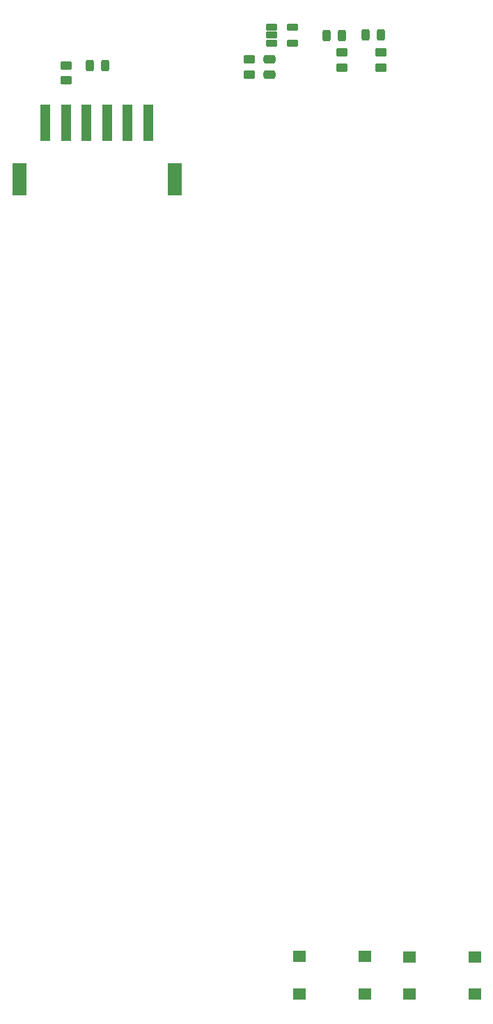
<source format=gbr>
%TF.GenerationSoftware,KiCad,Pcbnew,9.0.4*%
%TF.CreationDate,2025-11-06T12:47:49+01:00*%
%TF.ProjectId,SAUBerry_front_v1,53415542-6572-4727-995f-66726f6e745f,rev?*%
%TF.SameCoordinates,Original*%
%TF.FileFunction,Soldermask,Bot*%
%TF.FilePolarity,Negative*%
%FSLAX46Y46*%
G04 Gerber Fmt 4.6, Leading zero omitted, Abs format (unit mm)*
G04 Created by KiCad (PCBNEW 9.0.4) date 2025-11-06 12:47:49*
%MOMM*%
%LPD*%
G01*
G04 APERTURE LIST*
G04 Aperture macros list*
%AMRoundRect*
0 Rectangle with rounded corners*
0 $1 Rounding radius*
0 $2 $3 $4 $5 $6 $7 $8 $9 X,Y pos of 4 corners*
0 Add a 4 corners polygon primitive as box body*
4,1,4,$2,$3,$4,$5,$6,$7,$8,$9,$2,$3,0*
0 Add four circle primitives for the rounded corners*
1,1,$1+$1,$2,$3*
1,1,$1+$1,$4,$5*
1,1,$1+$1,$6,$7*
1,1,$1+$1,$8,$9*
0 Add four rect primitives between the rounded corners*
20,1,$1+$1,$2,$3,$4,$5,0*
20,1,$1+$1,$4,$5,$6,$7,0*
20,1,$1+$1,$6,$7,$8,$9,0*
20,1,$1+$1,$8,$9,$2,$3,0*%
G04 Aperture macros list end*
%ADD10RoundRect,0.250000X-0.450000X0.262500X-0.450000X-0.262500X0.450000X-0.262500X0.450000X0.262500X0*%
%ADD11R,1.600000X1.400000*%
%ADD12RoundRect,0.250000X0.450000X-0.262500X0.450000X0.262500X-0.450000X0.262500X-0.450000X-0.262500X0*%
%ADD13RoundRect,0.198500X-0.508500X-0.198500X0.508500X-0.198500X0.508500X0.198500X-0.508500X0.198500X0*%
%ADD14RoundRect,0.243750X-0.243750X-0.456250X0.243750X-0.456250X0.243750X0.456250X-0.243750X0.456250X0*%
%ADD15R,1.295400X4.495800*%
%ADD16R,1.803400X3.911600*%
%ADD17RoundRect,0.243750X0.243750X0.456250X-0.243750X0.456250X-0.243750X-0.456250X0.243750X-0.456250X0*%
%ADD18RoundRect,0.250000X-0.475000X0.250000X-0.475000X-0.250000X0.475000X-0.250000X0.475000X0.250000X0*%
G04 APERTURE END LIST*
D10*
%TO.C,R1*%
X132207000Y-128270000D03*
X132207000Y-130095000D03*
%TD*%
D11*
%TO.C,SW1*%
X168510000Y-236450000D03*
X160510000Y-236450000D03*
X168510000Y-240950000D03*
X160510000Y-240950000D03*
%TD*%
D10*
%TO.C,R4*%
X154450000Y-127555000D03*
X154450000Y-129380000D03*
%TD*%
D11*
%TO.C,SW2*%
X181890000Y-236460000D03*
X173890000Y-236460000D03*
X181890000Y-240960000D03*
X173890000Y-240960000D03*
%TD*%
D12*
%TO.C,R3*%
X165690000Y-128512500D03*
X165690000Y-126687500D03*
%TD*%
D13*
%TO.C,U1*%
X157190000Y-125550000D03*
X157190000Y-124600000D03*
X157190000Y-123650000D03*
X159700000Y-123650000D03*
X159700000Y-125550000D03*
%TD*%
D14*
%TO.C,D2*%
X168590000Y-124600000D03*
X170465000Y-124600000D03*
%TD*%
D15*
%TO.C,J1*%
X142165400Y-135255000D03*
X139665400Y-135255000D03*
X137165400Y-135255000D03*
X134665400Y-135255000D03*
X132165400Y-135255000D03*
X129665400Y-135255000D03*
D16*
X145365399Y-142055000D03*
X126465401Y-142055000D03*
%TD*%
D17*
%TO.C,D1*%
X136931523Y-128292000D03*
X135056523Y-128292000D03*
%TD*%
D12*
%TO.C,R2*%
X170460000Y-128530000D03*
X170460000Y-126705000D03*
%TD*%
D14*
%TO.C,D3*%
X163812500Y-124610000D03*
X165687500Y-124610000D03*
%TD*%
D18*
%TO.C,C1*%
X156890000Y-127530000D03*
X156890000Y-129430000D03*
%TD*%
M02*

</source>
